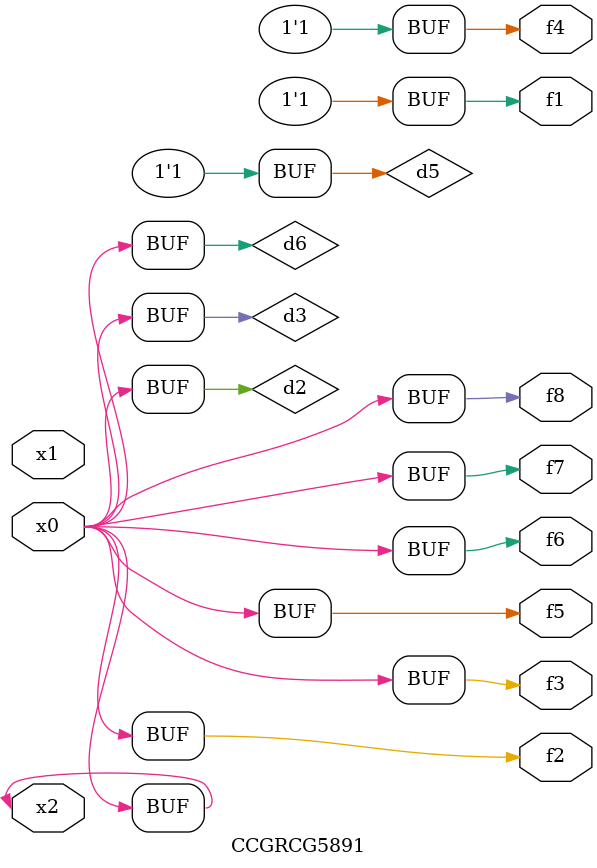
<source format=v>
module CCGRCG5891(
	input x0, x1, x2,
	output f1, f2, f3, f4, f5, f6, f7, f8
);

	wire d1, d2, d3, d4, d5, d6;

	xnor (d1, x2);
	buf (d2, x0, x2);
	and (d3, x0);
	xnor (d4, x1, x2);
	nand (d5, d1, d3);
	buf (d6, d2, d3);
	assign f1 = d5;
	assign f2 = d6;
	assign f3 = d6;
	assign f4 = d5;
	assign f5 = d6;
	assign f6 = d6;
	assign f7 = d6;
	assign f8 = d6;
endmodule

</source>
